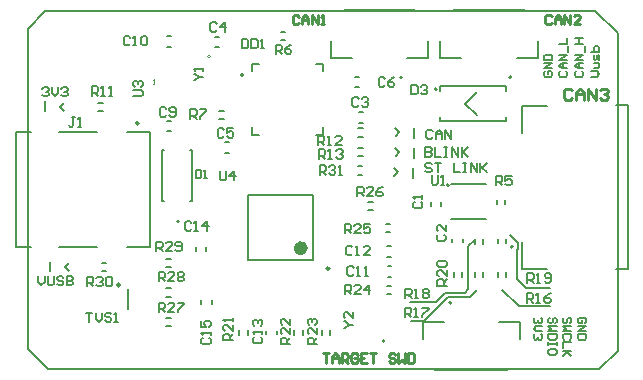
<source format=gto>
G04*
G04 #@! TF.GenerationSoftware,Altium Limited,Altium Designer,21.6.1 (37)*
G04*
G04 Layer_Color=65535*
%FSLAX44Y44*%
%MOMM*%
G71*
G04*
G04 #@! TF.SameCoordinates,9A347CC7-EC15-40EA-864E-B30FF356FA04*
G04*
G04*
G04 #@! TF.FilePolarity,Positive*
G04*
G01*
G75*
%ADD10C,0.2000*%
%ADD11C,0.0000*%
%ADD12C,0.1524*%
%ADD13C,0.6000*%
%ADD14C,0.2500*%
%ADD15C,0.1270*%
%ADD16C,0.1700*%
%ADD17C,0.1500*%
%ADD18C,0.2540*%
%ADD19C,0.2400*%
%ADD20C,0.1800*%
D10*
X104500Y99250D02*
G03*
X104500Y99250I-1000J0D01*
G01*
X293000Y221000D02*
G03*
X293000Y221000I-1000J0D01*
G01*
X334750Y30250D02*
G03*
X334750Y30250I-1000J0D01*
G01*
X385750Y221250D02*
G03*
X385750Y221250I-1000J0D01*
G01*
X387000Y77750D02*
G03*
X387000Y77750I-1000J0D01*
G01*
X322500Y211000D02*
G03*
X322500Y211000I-1000J0D01*
G01*
X332720Y129970D02*
G03*
X332720Y129970I-1000J0D01*
G01*
X70350Y182500D02*
G03*
X70350Y182500I-1500J0D01*
G01*
X350500Y35250D02*
X356250Y41000D01*
X332000Y35250D02*
X350500D01*
X312000Y15250D02*
X332000Y35250D01*
X300750Y15250D02*
X312000D01*
X349250Y78000D02*
X354500Y83250D01*
X349250Y41750D02*
Y78000D01*
X346250Y38750D02*
X349250Y41750D01*
X329500Y38750D02*
X346250D01*
X321500Y30750D02*
X329500Y38750D01*
X300000Y30750D02*
X321500D01*
X377750Y41250D02*
X391750Y27250D01*
X418500D01*
X384500Y87500D02*
X391000Y81000D01*
Y76250D02*
Y81000D01*
X390500Y50250D02*
Y76000D01*
Y50250D02*
X398000Y42750D01*
X418000D01*
X456750Y277250D02*
X475500Y258500D01*
Y-10250D02*
Y258500D01*
X460000Y-25750D02*
X475500Y-10250D01*
X-6750Y-25750D02*
X460000D01*
X-24000Y-8500D02*
X-6750Y-25750D01*
X-24000Y-8500D02*
Y262500D01*
X-9250Y277250D01*
X456750Y277250D01*
X138000Y192750D02*
X142000D01*
X138000Y185750D02*
X142000D01*
X346500Y198750D02*
X356250Y208500D01*
X346500Y198750D02*
X356250Y189000D01*
X303500Y153250D02*
Y161500D01*
X287500Y154500D02*
X290750Y157750D01*
X287375Y161125D02*
X290750Y157750D01*
X255750Y154500D02*
X259750D01*
X255750Y161500D02*
X259750D01*
X255750Y171000D02*
X259750D01*
X255750Y178000D02*
X259750D01*
X303500Y170250D02*
Y178500D01*
X287500Y171500D02*
X290750Y174750D01*
X287375Y178125D02*
X290750Y174750D01*
X264250Y108750D02*
X268250D01*
X264250Y115750D02*
X268250D01*
X279250Y97000D02*
X283250D01*
X279250Y90000D02*
X283250D01*
X280000Y44500D02*
X284000D01*
X280000Y37500D02*
X284000D01*
X-9500Y192500D02*
Y200750D01*
X3250Y196250D02*
X6500Y199500D01*
X3250Y196250D02*
X6625Y192875D01*
X35750Y199750D02*
X39750D01*
X35750Y192750D02*
X39750D01*
X380500Y113750D02*
Y117750D01*
X373500Y113750D02*
Y117750D01*
X190250Y253000D02*
X194250D01*
X190250Y260000D02*
X194250D01*
X374250Y52500D02*
Y56500D01*
X381250Y52500D02*
Y56500D01*
X354500Y52000D02*
Y56000D01*
X361500Y52000D02*
Y56000D01*
X354500Y80500D02*
Y84500D01*
X361500Y80500D02*
Y84500D01*
X381000Y80750D02*
Y84750D01*
X374000Y80750D02*
Y84750D01*
X344000Y52000D02*
Y56000D01*
X337000Y52000D02*
Y56000D01*
X232250Y3250D02*
Y7250D01*
X225250Y3250D02*
Y7250D01*
X208917Y3250D02*
Y7250D01*
X201916Y3250D02*
Y7250D01*
X162250Y3250D02*
Y7250D01*
X155250Y3250D02*
Y7250D01*
X162250Y121500D02*
X217250D01*
X162250Y66500D02*
X217250D01*
X162250D02*
Y121500D01*
X217250Y66500D02*
Y121500D01*
X286125Y144125D02*
X289500Y140750D01*
X286250Y137500D02*
X289500Y140750D01*
X302250Y136250D02*
Y144500D01*
X255500Y145750D02*
X259500D01*
X255500Y138750D02*
X259500D01*
X93000Y67500D02*
X97000D01*
X93000Y60500D02*
X97000D01*
X38750Y57250D02*
X42750D01*
X38750Y64250D02*
X42750D01*
X8000Y60750D02*
X11375Y57375D01*
X8000Y60750D02*
X11250Y64000D01*
X-4750Y57000D02*
Y65250D01*
X93000Y42500D02*
X97000D01*
X93000Y35500D02*
X97000D01*
X93250Y17750D02*
X97250D01*
X93250Y10750D02*
X97250D01*
X61000Y25000D02*
Y42000D01*
Y25000D02*
Y42000D01*
X166000Y226750D02*
Y232750D01*
X172000D01*
X220000D02*
X226000D01*
Y226750D02*
Y232750D01*
X166000Y172750D02*
Y178750D01*
Y172750D02*
X172000D01*
X220000D02*
X226000D01*
Y178750D01*
D11*
X278770Y-2000D02*
G03*
X278770Y-2000I-1270J0D01*
G01*
X131020Y238750D02*
G03*
X131020Y238750I-1270J0D01*
G01*
D12*
X83307Y215222D02*
G03*
X83307Y218778I-2276J1778D01*
G01*
Y215222D02*
G03*
X83307Y218778I-2276J1778D01*
G01*
D13*
X210250Y76500D02*
G03*
X210250Y76500I-3000J0D01*
G01*
D14*
X231500Y59500D02*
G03*
X231500Y59500I-1250J0D01*
G01*
X54250Y45500D02*
G03*
X54250Y45500I-1250J0D01*
G01*
D15*
X158840Y223330D02*
G03*
X158840Y223330I-1270J0D01*
G01*
X89700Y116600D02*
X91800D01*
X113200D02*
X115300D01*
X89700Y159900D02*
X91800D01*
X113200D02*
X115300D01*
Y116600D02*
Y159900D01*
X89700Y116600D02*
Y159900D01*
X315250Y237500D02*
Y251700D01*
X297600Y237500D02*
X315250D01*
X232750D02*
Y251800D01*
Y237500D02*
X250400D01*
X243500Y278000D02*
X304400D01*
X321350Y-26750D02*
X382250D01*
X375350Y13750D02*
X393000D01*
Y-550D02*
Y13750D01*
X310500D02*
X328150D01*
X310500Y-450D02*
Y13750D01*
X336250Y278250D02*
X397150D01*
X325500Y237750D02*
X343150D01*
X325500D02*
Y252050D01*
X390350Y237750D02*
X408000D01*
Y251950D01*
X94000Y175500D02*
X97000D01*
X94000Y184500D02*
X97000D01*
X395000Y196750D02*
X416000D01*
X395000Y174251D02*
Y196750D01*
X394500Y59250D02*
X415500D01*
X394500D02*
Y81750D01*
X474501Y58750D02*
X484000D01*
X483500Y197750D02*
X484000Y197250D01*
X474501Y197750D02*
X483500D01*
X484000Y58750D02*
Y197250D01*
X324750Y184000D02*
Y187750D01*
Y184000D02*
X380750D01*
Y187750D01*
Y209750D02*
Y213500D01*
X324750D02*
X380750D01*
X324750Y209750D02*
Y213500D01*
X256750Y182750D02*
X259750D01*
X256750Y191750D02*
X259750D01*
X280500Y78250D02*
X283500D01*
X280500Y69250D02*
X283500D01*
X280750Y61500D02*
X283750D01*
X280750Y52500D02*
X283750D01*
X143250Y166250D02*
X146250D01*
X143250Y157250D02*
X146250D01*
X134750Y255750D02*
X137750D01*
X134750Y246750D02*
X137750D01*
X94000Y247250D02*
X97000D01*
X94000Y256250D02*
X97000D01*
X335500Y81750D02*
Y84750D01*
X344500Y81750D02*
Y84750D01*
X334500Y131000D02*
X364501D01*
X334500Y101000D02*
X364501D01*
X253250Y212750D02*
X256250D01*
X253250Y221750D02*
X256250D01*
X326250Y112500D02*
Y115500D01*
X317250Y112500D02*
Y115500D01*
X187083Y3750D02*
Y6750D01*
X178084Y3750D02*
Y6750D01*
X131750Y29500D02*
Y32500D01*
X122750Y29500D02*
Y32500D01*
X118250Y74500D02*
Y77500D01*
X127250Y74500D02*
Y77500D01*
X-33750Y77800D02*
X-21250D01*
X-33750D02*
Y174800D01*
X-21250D01*
X2250D02*
X34750D01*
X2250Y77800D02*
X34750D01*
X59750Y174800D02*
X79250D01*
X59750Y77800D02*
X79250D01*
Y174800D01*
D16*
X414454Y226365D02*
X413288Y225199D01*
Y222866D01*
X414454Y221700D01*
X419119D01*
X420286Y222866D01*
Y225199D01*
X419119Y226365D01*
X416787D01*
Y224032D01*
X420286Y228698D02*
X413288D01*
X420286Y233363D01*
X413288D01*
Y235695D02*
X420286D01*
Y239194D01*
X419119Y240361D01*
X414454D01*
X413288Y239194D01*
Y235695D01*
X426931Y226365D02*
X425765Y225199D01*
Y222866D01*
X426931Y221700D01*
X431597D01*
X432763Y222866D01*
Y225199D01*
X431597Y226365D01*
X432763Y228698D02*
X428098D01*
X425765Y231030D01*
X428098Y233363D01*
X432763D01*
X429264D01*
Y228698D01*
X432763Y235695D02*
X425765D01*
X432763Y240361D01*
X425765D01*
X433929Y242693D02*
Y247358D01*
X425765Y249691D02*
X432763D01*
Y254356D01*
X440575Y226365D02*
X439409Y225199D01*
Y222866D01*
X440575Y221700D01*
X445240D01*
X446407Y222866D01*
Y225199D01*
X445240Y226365D01*
X446407Y228698D02*
X441741D01*
X439409Y231030D01*
X441741Y233363D01*
X446407D01*
X442908D01*
Y228698D01*
X446407Y235695D02*
X439409D01*
X446407Y240361D01*
X439409D01*
X447573Y242693D02*
Y247358D01*
X439409Y249691D02*
X446407D01*
X442908D01*
Y254356D01*
X439409D01*
X446407D01*
X453052Y221700D02*
X457717D01*
X460050Y224032D01*
X457717Y226365D01*
X453052D01*
X455385Y228698D02*
X458884D01*
X460050Y229864D01*
Y233363D01*
X455385D01*
X460050Y235695D02*
Y239194D01*
X458884Y240361D01*
X457717Y239194D01*
Y236862D01*
X456551Y235695D01*
X455385Y236862D01*
Y240361D01*
X453052Y242693D02*
X460050D01*
Y246192D01*
X458884Y247358D01*
X457717D01*
X456551D01*
X455385Y246192D01*
Y242693D01*
X447713Y13135D02*
X448879Y14301D01*
Y16634D01*
X447713Y17800D01*
X443048D01*
X441882Y16634D01*
Y14301D01*
X443048Y13135D01*
X445381D01*
Y15467D01*
X441882Y10802D02*
X448879D01*
X441882Y6137D01*
X448879D01*
Y3805D02*
X441882D01*
Y306D01*
X443048Y-861D01*
X447713D01*
X448879Y306D01*
Y3805D01*
X435236Y13135D02*
X436402Y14301D01*
Y16634D01*
X435236Y17800D01*
X434070D01*
X432903Y16634D01*
Y14301D01*
X431737Y13135D01*
X430571D01*
X429404Y14301D01*
Y16634D01*
X430571Y17800D01*
X436402Y10802D02*
X429404D01*
X431737Y8470D01*
X429404Y6137D01*
X436402D01*
X435236Y-861D02*
X436402Y306D01*
Y2638D01*
X435236Y3805D01*
X430571D01*
X429404Y2638D01*
Y306D01*
X430571Y-861D01*
X436402Y-3193D02*
X429404D01*
Y-7858D01*
X436402Y-10191D02*
X429404D01*
X431737D01*
X436402Y-14856D01*
X432903Y-11357D01*
X429404Y-14856D01*
X422759Y13135D02*
X423925Y14301D01*
Y16634D01*
X422759Y17800D01*
X421592D01*
X420426Y16634D01*
Y14301D01*
X419260Y13135D01*
X418093D01*
X416927Y14301D01*
Y16634D01*
X418093Y17800D01*
X423925Y10802D02*
X416927D01*
X419260Y8470D01*
X416927Y6137D01*
X423925D01*
Y3805D02*
X416927D01*
Y306D01*
X418093Y-861D01*
X422759D01*
X423925Y306D01*
Y3805D01*
Y-3193D02*
Y-5526D01*
Y-4360D01*
X416927D01*
Y-3193D01*
Y-5526D01*
X423925Y-12523D02*
Y-10191D01*
X422759Y-9025D01*
X418093D01*
X416927Y-10191D01*
Y-12523D01*
X418093Y-13690D01*
X422759D01*
X423925Y-12523D01*
X410281Y17800D02*
X411448Y16634D01*
Y14301D01*
X410281Y13135D01*
X409115D01*
X407949Y14301D01*
Y15467D01*
Y14301D01*
X406782Y13135D01*
X405616D01*
X404450Y14301D01*
Y16634D01*
X405616Y17800D01*
X411448Y10802D02*
X406782D01*
X404450Y8470D01*
X406782Y6137D01*
X411448D01*
X410281Y3805D02*
X411448Y2638D01*
Y306D01*
X410281Y-861D01*
X409115D01*
X407949Y306D01*
Y1472D01*
Y306D01*
X406782Y-861D01*
X405616D01*
X404450Y306D01*
Y2638D01*
X405616Y3805D01*
D17*
X118335Y142999D02*
Y136001D01*
X121834D01*
X123000Y137167D01*
Y141833D01*
X121834Y142999D01*
X118335D01*
X125333Y136001D02*
X127665D01*
X126499D01*
Y142999D01*
X125333Y141833D01*
D18*
X205753Y272666D02*
X204420Y273999D01*
X201754D01*
X200421Y272666D01*
Y267334D01*
X201754Y266001D01*
X204420D01*
X205753Y267334D01*
X208418Y266001D02*
Y271333D01*
X211084Y273999D01*
X213750Y271333D01*
Y266001D01*
Y270000D01*
X208418D01*
X216416Y266001D02*
Y273999D01*
X221747Y266001D01*
Y273999D01*
X224413Y266001D02*
X227079D01*
X225746D01*
Y273999D01*
X224413Y272666D01*
D19*
X226000Y-12503D02*
X231332D01*
X228666D01*
Y-20500D01*
X233997D02*
Y-15168D01*
X236663Y-12503D01*
X239329Y-15168D01*
Y-20500D01*
Y-16501D01*
X233997D01*
X241995Y-20500D02*
Y-12503D01*
X245994D01*
X247327Y-13836D01*
Y-16501D01*
X245994Y-17834D01*
X241995D01*
X244661D02*
X247327Y-20500D01*
X255324Y-13836D02*
X253991Y-12503D01*
X251325D01*
X249992Y-13836D01*
Y-19167D01*
X251325Y-20500D01*
X253991D01*
X255324Y-19167D01*
Y-16501D01*
X252658D01*
X263321Y-12503D02*
X257990D01*
Y-20500D01*
X263321D01*
X257990Y-16501D02*
X260655D01*
X265987Y-12503D02*
X271319D01*
X268653D01*
Y-20500D01*
X287313Y-13836D02*
X285981Y-12503D01*
X283315D01*
X281982Y-13836D01*
Y-15168D01*
X283315Y-16501D01*
X285981D01*
X287313Y-17834D01*
Y-19167D01*
X285981Y-20500D01*
X283315D01*
X281982Y-19167D01*
X289979Y-12503D02*
Y-20500D01*
X292645Y-17834D01*
X295311Y-20500D01*
Y-12503D01*
X297977D02*
Y-20500D01*
X301975D01*
X303308Y-19167D01*
Y-13836D01*
X301975Y-12503D01*
X297977D01*
X437164Y210081D02*
X435498Y211747D01*
X432166D01*
X430500Y210081D01*
Y203416D01*
X432166Y201750D01*
X435498D01*
X437164Y203416D01*
X440497Y201750D02*
Y208414D01*
X443829Y211747D01*
X447161Y208414D01*
Y201750D01*
Y206748D01*
X440497D01*
X450494Y201750D02*
Y211747D01*
X457158Y201750D01*
Y211747D01*
X460490Y210081D02*
X462156Y211747D01*
X465489D01*
X467155Y210081D01*
Y208414D01*
X465489Y206748D01*
X463823D01*
X465489D01*
X467155Y205082D01*
Y203416D01*
X465489Y201750D01*
X462156D01*
X460490Y203416D01*
X419582Y272915D02*
X418249Y274247D01*
X415583D01*
X414250Y272915D01*
Y267583D01*
X415583Y266250D01*
X418249D01*
X419582Y267583D01*
X422247Y266250D02*
Y271582D01*
X424913Y274247D01*
X427579Y271582D01*
Y266250D01*
Y270249D01*
X422247D01*
X430245Y266250D02*
Y274247D01*
X435576Y266250D01*
Y274247D01*
X443574Y266250D02*
X438242D01*
X443574Y271582D01*
Y272915D01*
X442241Y274247D01*
X439575D01*
X438242Y272915D01*
D20*
X301000Y214747D02*
Y206750D01*
X304999D01*
X306332Y208083D01*
Y213415D01*
X304999Y214747D01*
X301000D01*
X308997Y213415D02*
X310330Y214747D01*
X312996D01*
X314329Y213415D01*
Y212082D01*
X312996Y210749D01*
X311663D01*
X312996D01*
X314329Y209416D01*
Y208083D01*
X312996Y206750D01*
X310330D01*
X308997Y208083D01*
X85000Y74000D02*
Y81997D01*
X88999D01*
X90332Y80665D01*
Y77999D01*
X88999Y76666D01*
X85000D01*
X87666D02*
X90332Y74000D01*
X98329D02*
X92997D01*
X98329Y79332D01*
Y80665D01*
X96996Y81997D01*
X94330D01*
X92997Y80665D01*
X100995Y75333D02*
X102328Y74000D01*
X104993D01*
X106326Y75333D01*
Y80665D01*
X104993Y81997D01*
X102328D01*
X100995Y80665D01*
Y79332D01*
X102328Y77999D01*
X106326D01*
X221000Y-4500D02*
X213003D01*
Y-501D01*
X214335Y832D01*
X217001D01*
X218334Y-501D01*
Y-4500D01*
Y-1834D02*
X221000Y832D01*
Y8829D02*
Y3497D01*
X215668Y8829D01*
X214335D01*
X213003Y7496D01*
Y4830D01*
X214335Y3497D01*
Y11495D02*
X213003Y12828D01*
Y15494D01*
X214335Y16826D01*
X215668D01*
X217001Y15494D01*
Y14161D01*
Y15494D01*
X218334Y16826D01*
X219667D01*
X221000Y15494D01*
Y12828D01*
X219667Y11495D01*
X198250Y-4500D02*
X190253D01*
Y-501D01*
X191586Y832D01*
X194251D01*
X195584Y-501D01*
Y-4500D01*
Y-1834D02*
X198250Y832D01*
Y8829D02*
Y3497D01*
X192918Y8829D01*
X191586D01*
X190253Y7496D01*
Y4830D01*
X191586Y3497D01*
X198250Y16826D02*
Y11495D01*
X192918Y16826D01*
X191586D01*
X190253Y15494D01*
Y12828D01*
X191586Y11495D01*
X243753Y9250D02*
X245086D01*
X247751Y11916D01*
X245086Y14582D01*
X243753D01*
X247751Y11916D02*
X251750D01*
Y22579D02*
Y17247D01*
X246418Y22579D01*
X245086D01*
X243753Y21246D01*
Y18580D01*
X245086Y17247D01*
X138750Y141997D02*
Y135333D01*
X140083Y134000D01*
X142749D01*
X144082Y135333D01*
Y141997D01*
X150746Y134000D02*
Y141997D01*
X146747Y137999D01*
X152079D01*
X25500Y21997D02*
X30832D01*
X28166D01*
Y14000D01*
X33497Y21997D02*
Y16666D01*
X36163Y14000D01*
X38829Y16666D01*
Y21997D01*
X46826Y20665D02*
X45494Y21997D01*
X42828D01*
X41495Y20665D01*
Y19332D01*
X42828Y17999D01*
X45494D01*
X46826Y16666D01*
Y15333D01*
X45494Y14000D01*
X42828D01*
X41495Y15333D01*
X49492Y14000D02*
X52158D01*
X50825D01*
Y21997D01*
X49492Y20665D01*
X149750Y-1500D02*
X141753D01*
Y2499D01*
X143085Y3832D01*
X145751D01*
X147084Y2499D01*
Y-1500D01*
Y1166D02*
X149750Y3832D01*
Y11829D02*
Y6497D01*
X144418Y11829D01*
X143085D01*
X141753Y10496D01*
Y7830D01*
X143085Y6497D01*
X149750Y14495D02*
Y17161D01*
Y15828D01*
X141753D01*
X143085Y14495D01*
X223250Y138750D02*
Y146747D01*
X227249D01*
X228582Y145414D01*
Y142749D01*
X227249Y141416D01*
X223250D01*
X225916D02*
X228582Y138750D01*
X231247Y145414D02*
X232580Y146747D01*
X235246D01*
X236579Y145414D01*
Y144082D01*
X235246Y142749D01*
X233913D01*
X235246D01*
X236579Y141416D01*
Y140083D01*
X235246Y138750D01*
X232580D01*
X231247Y140083D01*
X239245Y138750D02*
X241911D01*
X240578D01*
Y146747D01*
X239245Y145414D01*
X398750Y30500D02*
Y38497D01*
X402749D01*
X404082Y37164D01*
Y34499D01*
X402749Y33166D01*
X398750D01*
X401416D02*
X404082Y30500D01*
X406747D02*
X409413D01*
X408080D01*
Y38497D01*
X406747Y37164D01*
X418744Y38497D02*
X416078Y37164D01*
X413412Y34499D01*
Y31833D01*
X414745Y30500D01*
X417411D01*
X418744Y31833D01*
Y33166D01*
X417411Y34499D01*
X413412D01*
X295500Y18250D02*
Y26247D01*
X299499D01*
X300832Y24915D01*
Y22249D01*
X299499Y20916D01*
X295500D01*
X298166D02*
X300832Y18250D01*
X303497D02*
X306163D01*
X304830D01*
Y26247D01*
X303497Y24915D01*
X310162Y26247D02*
X315494D01*
Y24915D01*
X310162Y19583D01*
Y18250D01*
X295750Y34250D02*
Y42247D01*
X299749D01*
X301082Y40915D01*
Y38249D01*
X299749Y36916D01*
X295750D01*
X298416D02*
X301082Y34250D01*
X303747D02*
X306413D01*
X305080D01*
Y42247D01*
X303747Y40915D01*
X310412D02*
X311745Y42247D01*
X314411D01*
X315744Y40915D01*
Y39582D01*
X314411Y38249D01*
X315744Y36916D01*
Y35583D01*
X314411Y34250D01*
X311745D01*
X310412Y35583D01*
Y36916D01*
X311745Y38249D01*
X310412Y39582D01*
Y40915D01*
X311745Y38249D02*
X314411D01*
X331000Y44750D02*
X323003D01*
Y48749D01*
X324336Y50082D01*
X327001D01*
X328334Y48749D01*
Y44750D01*
Y47416D02*
X331000Y50082D01*
Y58079D02*
Y52747D01*
X325668Y58079D01*
X324336D01*
X323003Y56746D01*
Y54080D01*
X324336Y52747D01*
Y60745D02*
X323003Y62078D01*
Y64744D01*
X324336Y66076D01*
X329667D01*
X331000Y64744D01*
Y62078D01*
X329667Y60745D01*
X324336D01*
X399000Y47250D02*
Y55247D01*
X402999D01*
X404332Y53914D01*
Y51249D01*
X402999Y49916D01*
X399000D01*
X401666D02*
X404332Y47250D01*
X406997D02*
X409663D01*
X408330D01*
Y55247D01*
X406997Y53914D01*
X413662Y48583D02*
X414995Y47250D01*
X417661D01*
X418993Y48583D01*
Y53914D01*
X417661Y55247D01*
X414995D01*
X413662Y53914D01*
Y52582D01*
X414995Y51249D01*
X418993D01*
X87000Y48500D02*
Y56498D01*
X90999D01*
X92332Y55165D01*
Y52499D01*
X90999Y51166D01*
X87000D01*
X89666D02*
X92332Y48500D01*
X100329D02*
X94997D01*
X100329Y53832D01*
Y55165D01*
X98996Y56498D01*
X96330D01*
X94997Y55165D01*
X102995D02*
X104328Y56498D01*
X106994D01*
X108326Y55165D01*
Y53832D01*
X106994Y52499D01*
X108326Y51166D01*
Y49833D01*
X106994Y48500D01*
X104328D01*
X102995Y49833D01*
Y51166D01*
X104328Y52499D01*
X102995Y53832D01*
Y55165D01*
X104328Y52499D02*
X106994D01*
X87000Y22500D02*
Y30497D01*
X90999D01*
X92332Y29165D01*
Y26499D01*
X90999Y25166D01*
X87000D01*
X89666D02*
X92332Y22500D01*
X100329D02*
X94997D01*
X100329Y27832D01*
Y29165D01*
X98996Y30497D01*
X96330D01*
X94997Y29165D01*
X102995Y30497D02*
X108327D01*
Y29165D01*
X102995Y23833D01*
Y22500D01*
X26250Y44250D02*
Y52247D01*
X30249D01*
X31582Y50915D01*
Y48249D01*
X30249Y46916D01*
X26250D01*
X28916D02*
X31582Y44250D01*
X34247Y50915D02*
X35580Y52247D01*
X38246D01*
X39579Y50915D01*
Y49582D01*
X38246Y48249D01*
X36913D01*
X38246D01*
X39579Y46916D01*
Y45583D01*
X38246Y44250D01*
X35580D01*
X34247Y45583D01*
X42245Y50915D02*
X43578Y52247D01*
X46244D01*
X47576Y50915D01*
Y45583D01*
X46244Y44250D01*
X43578D01*
X42245Y45583D01*
Y50915D01*
X255250Y120500D02*
Y128497D01*
X259249D01*
X260582Y127164D01*
Y124499D01*
X259249Y123166D01*
X255250D01*
X257916D02*
X260582Y120500D01*
X268579D02*
X263247D01*
X268579Y125832D01*
Y127164D01*
X267246Y128497D01*
X264580D01*
X263247Y127164D01*
X276576Y128497D02*
X273911Y127164D01*
X271245Y124499D01*
Y121833D01*
X272578Y120500D01*
X275244D01*
X276576Y121833D01*
Y123166D01*
X275244Y124499D01*
X271245D01*
X244750Y89000D02*
Y96997D01*
X248749D01*
X250082Y95665D01*
Y92999D01*
X248749Y91666D01*
X244750D01*
X247416D02*
X250082Y89000D01*
X258079D02*
X252747D01*
X258079Y94332D01*
Y95665D01*
X256746Y96997D01*
X254080D01*
X252747Y95665D01*
X266077Y96997D02*
X260745D01*
Y92999D01*
X263411Y94332D01*
X264744D01*
X266077Y92999D01*
Y90333D01*
X264744Y89000D01*
X262078D01*
X260745Y90333D01*
X244750Y37500D02*
Y45497D01*
X248749D01*
X250082Y44165D01*
Y41499D01*
X248749Y40166D01*
X244750D01*
X247416D02*
X250082Y37500D01*
X258079D02*
X252747D01*
X258079Y42832D01*
Y44165D01*
X256746Y45497D01*
X254080D01*
X252747Y44165D01*
X264744Y37500D02*
Y45497D01*
X260745Y41499D01*
X266077D01*
X318082Y147415D02*
X316749Y148747D01*
X314083D01*
X312750Y147415D01*
Y146082D01*
X314083Y144749D01*
X316749D01*
X318082Y143416D01*
Y142083D01*
X316749Y140750D01*
X314083D01*
X312750Y142083D01*
X320747Y148747D02*
X326079D01*
X323413D01*
Y140750D01*
X336742Y148747D02*
Y140750D01*
X342074D01*
X344740Y148747D02*
X347406D01*
X346073D01*
Y140750D01*
X344740D01*
X347406D01*
X351404D02*
Y148747D01*
X356736Y140750D01*
Y148747D01*
X359402D02*
Y140750D01*
Y143416D01*
X364733Y148747D01*
X360734Y144749D01*
X364733Y140750D01*
X-15000Y52997D02*
Y47666D01*
X-12334Y45000D01*
X-9668Y47666D01*
Y52997D01*
X-7003D02*
Y46333D01*
X-5670Y45000D01*
X-3004D01*
X-1671Y46333D01*
Y52997D01*
X6327Y51665D02*
X4994Y52997D01*
X2328D01*
X995Y51665D01*
Y50332D01*
X2328Y48999D01*
X4994D01*
X6327Y47666D01*
Y46333D01*
X4994Y45000D01*
X2328D01*
X995Y46333D01*
X8992Y52997D02*
Y45000D01*
X12991D01*
X14324Y46333D01*
Y47666D01*
X12991Y48999D01*
X8992D01*
X12991D01*
X14324Y50332D01*
Y51665D01*
X12991Y52997D01*
X8992D01*
X252082Y59914D02*
X250749Y61247D01*
X248083D01*
X246750Y59914D01*
Y54583D01*
X248083Y53250D01*
X250749D01*
X252082Y54583D01*
X254747Y53250D02*
X257413D01*
X256080D01*
Y61247D01*
X254747Y59914D01*
X261412Y53250D02*
X264078D01*
X262745D01*
Y61247D01*
X261412Y59914D01*
X124335Y582D02*
X123003Y-751D01*
Y-3417D01*
X124335Y-4750D01*
X129667D01*
X131000Y-3417D01*
Y-751D01*
X129667Y582D01*
X131000Y3247D02*
Y5913D01*
Y4580D01*
X123003D01*
X124335Y3247D01*
X123003Y15244D02*
Y9912D01*
X127001D01*
X125668Y12578D01*
Y13911D01*
X127001Y15244D01*
X129667D01*
X131000Y13911D01*
Y11245D01*
X129667Y9912D01*
X114582Y97914D02*
X113249Y99247D01*
X110583D01*
X109250Y97914D01*
Y92583D01*
X110583Y91250D01*
X113249D01*
X114582Y92583D01*
X117247Y91250D02*
X119913D01*
X118580D01*
Y99247D01*
X117247Y97914D01*
X127911Y91250D02*
Y99247D01*
X123912Y95249D01*
X129244D01*
X168085Y1332D02*
X166753Y-1D01*
Y-2667D01*
X168085Y-4000D01*
X173417D01*
X174750Y-2667D01*
Y-1D01*
X173417Y1332D01*
X174750Y3997D02*
Y6663D01*
Y5330D01*
X166753D01*
X168085Y3997D01*
Y10662D02*
X166753Y11995D01*
Y14661D01*
X168085Y15994D01*
X169418D01*
X170751Y14661D01*
Y13328D01*
Y14661D01*
X172084Y15994D01*
X173417D01*
X174750Y14661D01*
Y11995D01*
X173417Y10662D01*
X251082Y77165D02*
X249749Y78497D01*
X247083D01*
X245750Y77165D01*
Y71833D01*
X247083Y70500D01*
X249749D01*
X251082Y71833D01*
X253747Y70500D02*
X256413D01*
X255080D01*
Y78497D01*
X253747Y77165D01*
X265744Y70500D02*
X260412D01*
X265744Y75832D01*
Y77165D01*
X264411Y78497D01*
X261745D01*
X260412Y77165D01*
X222000Y163750D02*
Y171747D01*
X225999D01*
X227332Y170415D01*
Y167749D01*
X225999Y166416D01*
X222000D01*
X224666D02*
X227332Y163750D01*
X229997D02*
X232663D01*
X231330D01*
Y171747D01*
X229997Y170415D01*
X241994Y163750D02*
X236662D01*
X241994Y169082D01*
Y170415D01*
X240661Y171747D01*
X237995D01*
X236662Y170415D01*
X30500Y205500D02*
Y213497D01*
X34499D01*
X35832Y212164D01*
Y209499D01*
X34499Y208166D01*
X30500D01*
X33166D02*
X35832Y205500D01*
X38497D02*
X41163D01*
X39830D01*
Y213497D01*
X38497Y212164D01*
X45162Y205500D02*
X47828D01*
X46495D01*
Y213497D01*
X45162Y212164D01*
X-11500Y211665D02*
X-10167Y212997D01*
X-7501D01*
X-6168Y211665D01*
Y210332D01*
X-7501Y208999D01*
X-8834D01*
X-7501D01*
X-6168Y207666D01*
Y206333D01*
X-7501Y205000D01*
X-10167D01*
X-11500Y206333D01*
X-3503Y212997D02*
Y207666D01*
X-837Y205000D01*
X1829Y207666D01*
Y212997D01*
X4495Y211665D02*
X5828Y212997D01*
X8494D01*
X9826Y211665D01*
Y210332D01*
X8494Y208999D01*
X7161D01*
X8494D01*
X9826Y207666D01*
Y206333D01*
X8494Y205000D01*
X5828D01*
X4495Y206333D01*
X318832Y175665D02*
X317499Y176997D01*
X314833D01*
X313500Y175665D01*
Y170333D01*
X314833Y169000D01*
X317499D01*
X318832Y170333D01*
X321497Y169000D02*
Y174332D01*
X324163Y176997D01*
X326829Y174332D01*
Y169000D01*
Y172999D01*
X321497D01*
X329495Y169000D02*
Y176997D01*
X334827Y169000D01*
Y176997D01*
X116752Y218750D02*
X118085D01*
X120751Y221416D01*
X118085Y224082D01*
X116752D01*
X120751Y221416D02*
X124750D01*
Y226748D02*
Y229414D01*
Y228081D01*
X116752D01*
X118085Y226748D01*
X65503Y205000D02*
X72167D01*
X73500Y206333D01*
Y208999D01*
X72167Y210332D01*
X65503D01*
X66835Y212997D02*
X65503Y214330D01*
Y216996D01*
X66835Y218329D01*
X68168D01*
X69501Y216996D01*
Y215663D01*
Y216996D01*
X70834Y218329D01*
X72167D01*
X73500Y216996D01*
Y214330D01*
X72167Y212997D01*
X318000Y138247D02*
Y131583D01*
X319333Y130250D01*
X321999D01*
X323332Y131583D01*
Y138247D01*
X325997Y130250D02*
X328663D01*
X327330D01*
Y138247D01*
X325997Y136915D01*
X222750Y152250D02*
Y160247D01*
X226749D01*
X228082Y158914D01*
Y156249D01*
X226749Y154916D01*
X222750D01*
X225416D02*
X228082Y152250D01*
X230747D02*
X233413D01*
X232080D01*
Y160247D01*
X230747Y158914D01*
X237412D02*
X238745Y160247D01*
X241411D01*
X242744Y158914D01*
Y157582D01*
X241411Y156249D01*
X240078D01*
X241411D01*
X242744Y154916D01*
Y153583D01*
X241411Y152250D01*
X238745D01*
X237412Y153583D01*
X113750Y186000D02*
Y193997D01*
X117749D01*
X119082Y192665D01*
Y189999D01*
X117749Y188666D01*
X113750D01*
X116416D02*
X119082Y186000D01*
X121747Y193997D02*
X127079D01*
Y192665D01*
X121747Y187333D01*
Y186000D01*
X186000Y241000D02*
Y248997D01*
X189999D01*
X191332Y247665D01*
Y244999D01*
X189999Y243666D01*
X186000D01*
X188666D02*
X191332Y241000D01*
X199329Y248997D02*
X196663Y247665D01*
X193997Y244999D01*
Y242333D01*
X195330Y241000D01*
X197996D01*
X199329Y242333D01*
Y243666D01*
X197996Y244999D01*
X193997D01*
X372500Y129750D02*
Y137747D01*
X376499D01*
X377832Y136414D01*
Y133749D01*
X376499Y132416D01*
X372500D01*
X375166D02*
X377832Y129750D01*
X385829Y137747D02*
X380497D01*
Y133749D01*
X383163Y135082D01*
X384496D01*
X385829Y133749D01*
Y131083D01*
X384496Y129750D01*
X381830D01*
X380497Y131083D01*
X312750Y161997D02*
Y154000D01*
X316749D01*
X318082Y155333D01*
Y156666D01*
X316749Y157999D01*
X312750D01*
X316749D01*
X318082Y159332D01*
Y160665D01*
X316749Y161997D01*
X312750D01*
X320747D02*
Y154000D01*
X326079D01*
X328745Y161997D02*
X331411D01*
X330078D01*
Y154000D01*
X328745D01*
X331411D01*
X335409D02*
Y161997D01*
X340741Y154000D01*
Y161997D01*
X343407D02*
Y154000D01*
Y156666D01*
X348738Y161997D01*
X344740Y157999D01*
X348738Y154000D01*
X16082Y187247D02*
X13416D01*
X14749D01*
Y180583D01*
X13416Y179250D01*
X12083D01*
X10750Y180583D01*
X18747Y179250D02*
X21413D01*
X20080D01*
Y187247D01*
X18747Y185914D01*
X157410Y253667D02*
Y245670D01*
X161409D01*
X162742Y247003D01*
Y252334D01*
X161409Y253667D01*
X157410D01*
X165407D02*
Y245670D01*
X169406D01*
X170739Y247003D01*
Y252334D01*
X169406Y253667D01*
X165407D01*
X173405Y245670D02*
X176071D01*
X174738D01*
Y253667D01*
X173405Y252334D01*
X62832Y254914D02*
X61499Y256247D01*
X58833D01*
X57500Y254914D01*
Y249583D01*
X58833Y248250D01*
X61499D01*
X62832Y249583D01*
X65497Y248250D02*
X68163D01*
X66830D01*
Y256247D01*
X65497Y254914D01*
X72162D02*
X73495Y256247D01*
X76161D01*
X77494Y254914D01*
Y249583D01*
X76161Y248250D01*
X73495D01*
X72162Y249583D01*
Y254914D01*
X93332Y194664D02*
X91999Y195997D01*
X89333D01*
X88000Y194664D01*
Y189333D01*
X89333Y188000D01*
X91999D01*
X93332Y189333D01*
X95997D02*
X97330Y188000D01*
X99996D01*
X101329Y189333D01*
Y194664D01*
X99996Y195997D01*
X97330D01*
X95997Y194664D01*
Y193332D01*
X97330Y191999D01*
X101329D01*
X278582Y219914D02*
X277249Y221247D01*
X274583D01*
X273250Y219914D01*
Y214583D01*
X274583Y213250D01*
X277249D01*
X278582Y214583D01*
X286579Y221247D02*
X283913Y219914D01*
X281247Y217249D01*
Y214583D01*
X282580Y213250D01*
X285246D01*
X286579Y214583D01*
Y215916D01*
X285246Y217249D01*
X281247D01*
X142332Y176915D02*
X140999Y178247D01*
X138333D01*
X137000Y176915D01*
Y171583D01*
X138333Y170250D01*
X140999D01*
X142332Y171583D01*
X150329Y178247D02*
X144997D01*
Y174249D01*
X147663Y175582D01*
X148996D01*
X150329Y174249D01*
Y171583D01*
X148996Y170250D01*
X146330D01*
X144997Y171583D01*
X136082Y266415D02*
X134749Y267747D01*
X132083D01*
X130750Y266415D01*
Y261083D01*
X132083Y259750D01*
X134749D01*
X136082Y261083D01*
X142746Y259750D02*
Y267747D01*
X138747Y263749D01*
X144079D01*
X256332Y203165D02*
X254999Y204497D01*
X252333D01*
X251000Y203165D01*
Y197833D01*
X252333Y196500D01*
X254999D01*
X256332Y197833D01*
X258997Y203165D02*
X260330Y204497D01*
X262996D01*
X264329Y203165D01*
Y201832D01*
X262996Y200499D01*
X261663D01*
X262996D01*
X264329Y199166D01*
Y197833D01*
X262996Y196500D01*
X260330D01*
X258997Y197833D01*
X323586Y88082D02*
X322253Y86749D01*
Y84083D01*
X323586Y82750D01*
X328917D01*
X330250Y84083D01*
Y86749D01*
X328917Y88082D01*
X330250Y96079D02*
Y90747D01*
X324918Y96079D01*
X323586D01*
X322253Y94746D01*
Y92080D01*
X323586Y90747D01*
X303585Y115832D02*
X302253Y114499D01*
Y111833D01*
X303585Y110500D01*
X308917D01*
X310250Y111833D01*
Y114499D01*
X308917Y115832D01*
X310250Y118497D02*
Y121163D01*
Y119830D01*
X302253D01*
X303585Y118497D01*
M02*

</source>
